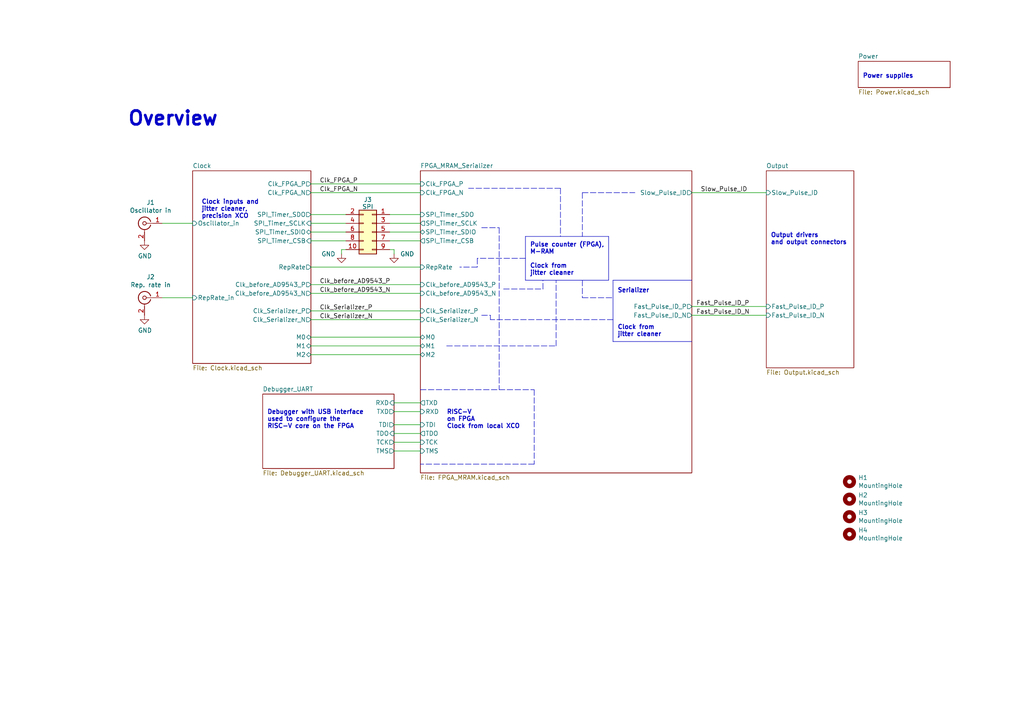
<source format=kicad_sch>
(kicad_sch (version 20250114) (generator "eeschema") (generator_version "9.0")
  (paper "A4")
  (title_block (title "TDS Transmitter - Overview") (date "2025-02-17") (company "(C) 2025 ETH Zurich, Y. Acremann") (comment 1 "License:  GNU public license v. 3.0"))
  (lib_symbols
    (symbol "Connector:Conn_Coaxial" (pin_names (offset 1.016) (hide yes))
      (property "Reference" "J" (at 0.254 3.048 0))
      (property "Value" "Connector_Conn_Coaxial" (at 2.921 0 90))
      (symbol "Conn_Coaxial_0_1"
        (polyline (pts (xy -2.54 0) (xy -0.508 0)))
        (arc (start 1.778 0) (mid 0.222 -1.8079) (end -1.778 -0.508) (stroke (width 0.254)))
        (arc (start -1.778 0.508) (mid 0.2221 1.8084) (end 1.778 0) (stroke (width 0.254)))
        (circle (center 0 0) (radius 0.508) (stroke (width 0.2032)))
        (polyline (pts (xy 0 -2.54) (xy 0 -1.778)))
      )
      (symbol "Conn_Coaxial_1_1"
        (pin passive line (at -5.08 0 0) (length 2.54) (name "In") (number "1"))
        (pin passive line (at 0 -5.08 90) (length 2.54) (name "Ext") (number "2"))
      )
    )
    (symbol "Connector_Generic:Conn_02x05_Odd_Even" (pin_names (offset 1.016) (hide yes))
      (property "Reference" "J" (at 1.27 7.62 0))
      (property "Value" "Connector_Generic_Conn_02x05_Odd_Even" (at 1.27 -7.62 0))
      (symbol "Conn_02x05_Odd_Even_1_1"
        (rectangle (start -1.27 6.35) (end 3.81 -6.35) (stroke (width 0.254)) (fill (type background)))
        (rectangle (start -1.27 5.207) (end 0 4.953) (stroke (width 0.1524)))
        (rectangle (start -1.27 2.667) (end 0 2.413) (stroke (width 0.1524)))
        (rectangle (start -1.27 0.127) (end 0 -0.127) (stroke (width 0.1524)))
        (rectangle (start -1.27 -2.413) (end 0 -2.667) (stroke (width 0.1524)))
        (rectangle (start -1.27 -4.953) (end 0 -5.207) (stroke (width 0.1524)))
        (rectangle (start 3.81 5.207) (end 2.54 4.953) (stroke (width 0.1524)))
        (rectangle (start 3.81 2.667) (end 2.54 2.413) (stroke (width 0.1524)))
        (rectangle (start 3.81 0.127) (end 2.54 -0.127) (stroke (width 0.1524)))
        (rectangle (start 3.81 -2.413) (end 2.54 -2.667) (stroke (width 0.1524)))
        (rectangle (start 3.81 -4.953) (end 2.54 -5.207) (stroke (width 0.1524)))
        (pin passive line (at -5.08 5.08 0) (length 3.81) (name "Pin_1") (number "1"))
        (pin passive line (at -5.08 2.54 0) (length 3.81) (name "Pin_3") (number "3"))
        (pin passive line (at -5.08 0 0) (length 3.81) (name "Pin_5") (number "5"))
        (pin passive line (at -5.08 -2.54 0) (length 3.81) (name "Pin_7") (number "7"))
        (pin passive line (at -5.08 -5.08 0) (length 3.81) (name "Pin_9") (number "9"))
        (pin passive line (at 7.62 5.08 180) (length 3.81) (name "Pin_2") (number "2"))
        (pin passive line (at 7.62 2.54 180) (length 3.81) (name "Pin_4") (number "4"))
        (pin passive line (at 7.62 0 180) (length 3.81) (name "Pin_6") (number "6"))
        (pin passive line (at 7.62 -2.54 180) (length 3.81) (name "Pin_8") (number "8"))
        (pin passive line (at 7.62 -5.08 180) (length 3.81) (name "Pin_10") (number "10"))
      )
    )
    (symbol "Mechanical:MountingHole" (pin_names (offset 1.016))
      (property "Reference" "H" (at 0 5.08 0))
      (property "Value" "Mechanical_MountingHole" (at 0 3.175 0))
      (symbol "MountingHole_0_1"
        (circle (center 0 0) (radius 1.27) (stroke (width 1.27)))
      )
    )
    (symbol "power:GND" (power) (pin_names (offset 0))
      (property "Value" "power_GND" (at 0 -3.81 0))
      (symbol "GND_0_1"
        (polyline (pts (xy 0 0) (xy 0 -1.27) (xy 1.27 -1.27) (xy 0 -2.54) (xy -1.27 -1.27) (xy 0 -1.27)))
      )
      (symbol "GND_1_1"
        (pin power_in line (at 0 0 270) (length 0) (hide yes) (name "GND") (number "1"))
      )
    )
  )
  (text "RISC-V\non FPGA\nClock from local XCO" (at 129.54 124.46 0) (effects (font (size 1.27 1.27) (thickness 0.254) (bold yes)) (justify left bottom)))
  (text "Pulse counter (FPGA),\nM-RAM\n\nClock from\njitter cleaner" (at 153.67 80.01 0) (effects (font (size 1.27 1.27) (thickness 0.254) (bold yes)) (justify left bottom)))
  (text "Clock inputs and \njitter cleaner,\nprecision XCO" (at 58.42 63.5 0) (effects (font (size 1.27 1.27) (thickness 0.254) (bold yes)) (justify left bottom)))
  (text "Clock from\njitter cleaner" (at 179.07 97.79 0) (effects (font (size 1.27 1.27) (thickness 0.254) (bold yes)) (justify left bottom)))
  (text "Overview" (at 36.83 36.83 0) (effects (font (size 3.9878 3.9878) (thickness 0.7976) (bold yes)) (justify left bottom)))
  (text "Power supplies" (at 250.19 22.86 0) (effects (font (size 1.27 1.27) (thickness 0.254) (bold yes)) (justify left bottom)))
  (text "Debugger with USB interface\nused to configure the \nRISC-V core on the FPGA" (at 77.47 124.46 0) (effects (font (size 1.27 1.27) (thickness 0.254) (bold yes)) (justify left bottom)))
  (text "Output drivers\nand output connectors" (at 223.52 71.12 0) (effects (font (size 1.27 1.27) (thickness 0.254) (bold yes)) (justify left bottom)))
  (text "Serializer" (at 179.07 85.09 0) (effects (font (size 1.27 1.27) (thickness 0.254) (bold yes)) (justify left bottom)))
  (polyline (pts (xy 157.48 83.82) (xy 157.48 81.28)) (stroke (width 0) (type dash)))
  (wire (pts (xy 90.17 53.34) (xy 121.92 53.34)))
  (polyline (pts (xy 139.7 66.04) (xy 144.78 66.04)) (stroke (width 0) (type dash)))
  (wire (pts (xy 113.03 62.23) (xy 121.92 62.23)))
  (wire (pts (xy 90.17 64.77) (xy 100.33 64.77)))
  (wire (pts (xy 90.17 92.71) (xy 121.92 92.71)))
  (polyline (pts (xy 177.8 99.06) (xy 200.66 99.06)) (stroke (width 0) (type solid)))
  (wire (pts (xy 90.17 97.79) (xy 121.92 97.79)))
  (polyline (pts (xy 177.8 81.28) (xy 177.8 99.06)) (stroke (width 0) (type solid)))
  (wire (pts (xy 113.03 72.39) (xy 114.3 72.39)))
  (polyline (pts (xy 129.54 100.33) (xy 161.29 100.33)) (stroke (width 0) (type dash)))
  (polyline (pts (xy 152.4 74.93) (xy 138.43 74.93)) (stroke (width 0) (type dash)))
  (polyline (pts (xy 139.7 91.44) (xy 142.24 91.44)) (stroke (width 0) (type dash)))
  (wire (pts (xy 113.03 67.31) (xy 121.92 67.31)))
  (polyline (pts (xy 168.91 55.88) (xy 184.15 55.88)) (stroke (width 0) (type dash)))
  (polyline (pts (xy 144.78 66.04) (xy 144.78 113.03)) (stroke (width 0) (type dash)))
  (wire (pts (xy 46.99 64.77) (xy 55.88 64.77)))
  (polyline (pts (xy 162.56 54.61) (xy 135.89 54.61)) (stroke (width 0) (type dash)))
  (polyline (pts (xy 142.24 92.71) (xy 142.24 91.44)) (stroke (width 0) (type dash)))
  (polyline (pts (xy 138.43 77.47) (xy 133.35 77.47)) (stroke (width 0) (type dash)))
  (polyline (pts (xy 138.43 74.93) (xy 138.43 77.47)) (stroke (width 0) (type dash)))
  (polyline (pts (xy 200.66 81.28) (xy 177.8 81.28)) (stroke (width 0) (type solid)))
  (polyline (pts (xy 154.94 134.62) (xy 121.92 134.62)) (stroke (width 0) (type dash)))
  (wire (pts (xy 200.66 91.44) (xy 222.25 91.44)))
  (wire (pts (xy 114.3 123.19) (xy 121.92 123.19)))
  (polyline (pts (xy 146.05 83.82) (xy 157.48 83.82)) (stroke (width 0) (type dash)))
  (polyline (pts (xy 161.29 100.33) (xy 161.29 81.28)) (stroke (width 0) (type dash)))
  (wire (pts (xy 114.3 130.81) (xy 121.92 130.81)))
  (wire (pts (xy 90.17 85.09) (xy 121.92 85.09)))
  (wire (pts (xy 99.06 73.66) (xy 99.06 72.39)))
  (polyline (pts (xy 168.91 55.88) (xy 168.91 68.58)) (stroke (width 0) (type dash)))
  (polyline (pts (xy 121.92 113.03) (xy 154.94 113.03)) (stroke (width 0) (type dash)))
  (wire (pts (xy 46.99 86.36) (xy 55.88 86.36)))
  (polyline (pts (xy 152.4 68.58) (xy 152.4 81.28)) (stroke (width 0) (type solid)))
  (wire (pts (xy 100.33 67.31) (xy 90.17 67.31)))
  (wire (pts (xy 121.92 69.85) (xy 113.03 69.85)))
  (wire (pts (xy 200.66 88.9) (xy 222.25 88.9)))
  (polyline (pts (xy 176.53 81.28) (xy 152.4 81.28)) (stroke (width 0) (type solid)))
  (wire (pts (xy 100.33 62.23) (xy 90.17 62.23)))
  (wire (pts (xy 114.3 128.27) (xy 121.92 128.27)))
  (wire (pts (xy 99.06 72.39) (xy 100.33 72.39)))
  (wire (pts (xy 200.66 55.88) (xy 222.25 55.88)))
  (wire (pts (xy 114.3 119.38) (xy 121.92 119.38)))
  (wire (pts (xy 90.17 90.17) (xy 121.92 90.17)))
  (wire (pts (xy 90.17 77.47) (xy 121.92 77.47)))
  (wire (pts (xy 90.17 69.85) (xy 100.33 69.85)))
  (wire (pts (xy 90.17 102.87) (xy 121.92 102.87)))
  (polyline (pts (xy 176.53 68.58) (xy 176.53 81.28)) (stroke (width 0) (type solid)))
  (wire (pts (xy 114.3 116.84) (xy 121.92 116.84)))
  (polyline (pts (xy 162.56 54.61) (xy 162.56 68.58)) (stroke (width 0) (type dash)))
  (wire (pts (xy 114.3 125.73) (xy 121.92 125.73)))
  (polyline (pts (xy 152.4 68.58) (xy 176.53 68.58)) (stroke (width 0) (type solid)))
  (polyline (pts (xy 168.91 86.36) (xy 177.8 86.36)) (stroke (width 0) (type dash)))
  (wire (pts (xy 121.92 64.77) (xy 113.03 64.77)))
  (wire (pts (xy 114.3 73.66) (xy 114.3 72.39)))
  (polyline (pts (xy 177.8 92.71) (xy 142.24 92.71)) (stroke (width 0) (type dash)))
  (wire (pts (xy 121.92 100.33) (xy 90.17 100.33)))
  (wire (pts (xy 90.17 55.88) (xy 121.92 55.88)))
  (wire (pts (xy 90.17 82.55) (xy 121.92 82.55)))
  (polyline (pts (xy 168.91 81.28) (xy 168.91 86.36)) (stroke (width 0) (type dash)))
  (polyline (pts (xy 154.94 113.03) (xy 154.94 134.62)) (stroke (width 0) (type dash)))
  (label "Clk_Serializer_N" (at 92.71 92.71 0))
  (label "Slow_Pulse_ID" (at 203.2 55.88 0))
  (label "Fast_Pulse_ID_P" (at 201.93 88.9 0))
  (label "Clk_before_AD9543_N" (at 92.71 85.09 0))
  (label "Clk_Serializer_P" (at 92.71 90.17 0))
  (label "Clk_FPGA_N" (at 92.71 55.88 0))
  (label "Clk_FPGA_P" (at 92.71 53.34 0))
  (label "Clk_before_AD9543_P" (at 92.71 82.55 0))
  (label "Fast_Pulse_ID_N" (at 201.93 91.44 0))
  (symbol (lib_id "Connector:Conn_Coaxial") (at 41.91 64.77 0) (mirror y) (unit 1)
    (property "Reference" "J1" (at 43.688 58.7248 0))
    (property "Value" "Oscillator in" (at 43.688 61.0362 0))
    (property "Footprint" "Connector_Coaxial:SMA_Amphenol_132289_EdgeMount" (effects (hide yes)))
    (property "Datasheet" " ~" (effects (hide yes)))
  )
  (symbol (lib_id "Connector:Conn_Coaxial") (at 41.91 86.36 0) (mirror y) (unit 1)
    (property "Reference" "J2" (at 43.688 80.3148 0))
    (property "Value" "Rep. rate in" (at 43.688 82.6262 0))
    (property "Footprint" "Connector_Coaxial:SMA_Amphenol_132289_EdgeMount" (effects (hide yes)))
    (property "Datasheet" " ~" (effects (hide yes)))
  )
  (symbol (lib_id "power:GND") (at 41.91 69.85 0) (unit 1)
    (property "Reference" "#PWR01" (effects (hide yes)))
    (property "Value" "GND" (at 42.037 74.2442 0))
  )
  (symbol (lib_id "power:GND") (at 41.91 91.44 0) (unit 1)
    (property "Reference" "#PWR02" (effects (hide yes)))
    (property "Value" "GND" (at 42.037 95.8342 0))
  )
  (symbol (lib_id "Connector_Generic:Conn_02x05_Odd_Even") (at 107.95 67.31 0) (mirror y) (unit 1)
    (property "Reference" "J3" (at 106.68 57.912 0))
    (property "Value" "SPI" (at 106.68 59.944 0))
    (property "Footprint" "Connector_PinHeader_2.54mm:PinHeader_2x05_P2.54mm_Vertical" (effects (hide yes)))
  )
  (symbol (lib_id "power:GND") (at 114.3 73.66 0) (unit 1)
    (property "Reference" "#PWR0102" (effects (hide yes)))
    (property "Value" "GND" (at 118.11 73.66 0))
  )
  (symbol (lib_id "power:GND") (at 99.06 73.66 0) (unit 1)
    (property "Reference" "#PWR0104" (effects (hide yes)))
    (property "Value" "GND" (at 95.25 73.66 0))
  )
  (symbol (lib_id "Mechanical:MountingHole") (at 246.38 139.7 0) (unit 1)
    (property "Reference" "H1" (at 248.92 138.5316 0) (effects (justify left)))
    (property "Value" "MountingHole" (at 248.92 140.843 0) (effects (justify left)))
    (property "Footprint" "MountingHole:MountingHole_2.7mm_M2.5" (effects (hide yes)))
  )
  (symbol (lib_id "Mechanical:MountingHole") (at 246.38 144.78 0) (unit 1)
    (property "Reference" "H2" (at 248.92 143.6116 0) (effects (justify left)))
    (property "Value" "MountingHole" (at 248.92 145.923 0) (effects (justify left)))
    (property "Footprint" "MountingHole:MountingHole_2.7mm_M2.5" (effects (hide yes)))
  )
  (symbol (lib_id "Mechanical:MountingHole") (at 246.38 149.86 0) (unit 1)
    (property "Reference" "H3" (at 248.92 148.6916 0) (effects (justify left)))
    (property "Value" "MountingHole" (at 248.92 151.003 0) (effects (justify left)))
    (property "Footprint" "MountingHole:MountingHole_2.7mm_M2.5" (effects (hide yes)))
  )
  (symbol (lib_id "Mechanical:MountingHole") (at 246.38 154.94 0) (unit 1)
    (property "Reference" "H4" (at 248.92 153.7716 0) (effects (justify left)))
    (property "Value" "MountingHole" (at 248.92 156.083 0) (effects (justify left)))
    (property "Footprint" "MountingHole:MountingHole_2.7mm_M2.5" (effects (hide yes)))
  )
  (sheet (at 222.25 49.53) (size 25.4 57.15)
    (property "Sheetname" "Output" (at 222.25 48.8184 0) (effects (justify left bottom)))
    (property "Sheetfile" "Output.kicad_sch" (at 222.25 107.2646 0) (effects (justify left top)))
    (pin "Slow_Pulse_ID" input (at 222.25 55.88 180))
    (pin "Fast_Pulse_ID_P" input (at 222.25 88.9 180))
    (pin "Fast_Pulse_ID_N" input (at 222.25 91.44 180))
  )
  (sheet (at 55.88 49.53) (size 34.29 55.88)
    (property "Sheetname" "Clock" (at 55.88 48.8184 0) (effects (justify left bottom)))
    (property "Sheetfile" "Clock.kicad_sch" (at 55.88 105.9946 0) (effects (justify left top)))
    (pin "Clk_FPGA_P" output (at 90.17 53.34 0))
    (pin "Clk_Serializer_N" output (at 90.17 92.71 0))
    (pin "Clk_FPGA_N" output (at 90.17 55.88 0))
    (pin "RepRate" output (at 90.17 77.47 0))
    (pin "Oscillator_in" input (at 55.88 64.77 180))
    (pin "RepRate_in" input (at 55.88 86.36 180))
    (pin "Clk_Serializer_P" output (at 90.17 90.17 0))
    (pin "SPI_Timer_SDO" output (at 90.17 62.23 0))
    (pin "SPI_Timer_SCLK" input (at 90.17 64.77 0))
    (pin "SPI_Timer_SDIO" bidirectional (at 90.17 67.31 0))
    (pin "SPI_Timer_CSB" input (at 90.17 69.85 0))
    (pin "Clk_before_AD9543_P" output (at 90.17 82.55 0))
    (pin "Clk_before_AD9543_N" output (at 90.17 85.09 0))
    (pin "M0" bidirectional (at 90.17 97.79 0))
    (pin "M1" bidirectional (at 90.17 100.33 0))
    (pin "M2" bidirectional (at 90.17 102.87 0))
  )
  (sheet (at 121.92 49.53) (size 78.74 87.63)
    (property "Sheetname" "FPGA_MRAM_Serializer" (at 121.92 48.8184 0) (effects (justify left bottom)))
    (property "Sheetfile" "FPGA_MRAM.kicad_sch" (at 121.92 137.7446 0) (effects (justify left top)))
    (pin "Slow_Pulse_ID" output (at 200.66 55.88 0))
    (pin "Clk_FPGA_P" input (at 121.92 53.34 180))
    (pin "Clk_FPGA_N" input (at 121.92 55.88 180))
    (pin "TXD" output (at 121.92 116.84 180))
    (pin "RXD" input (at 121.92 119.38 180))
    (pin "RepRate" input (at 121.92 77.47 180))
    (pin "TDI" input (at 121.92 123.19 180))
    (pin "TDO" output (at 121.92 125.73 180))
    (pin "TCK" input (at 121.92 128.27 180))
    (pin "TMS" input (at 121.92 130.81 180))
    (pin "Fast_Pulse_ID_P" output (at 200.66 88.9 0))
    (pin "Fast_Pulse_ID_N" output (at 200.66 91.44 0))
    (pin "Clk_Serializer_N" input (at 121.92 92.71 180))
    (pin "Clk_Serializer_P" input (at 121.92 90.17 180))
    (pin "SPI_Timer_CSB" output (at 121.92 69.85 180))
    (pin "SPI_Timer_SDIO" bidirectional (at 121.92 67.31 180))
    (pin "SPI_Timer_SCLK" output (at 121.92 64.77 180))
    (pin "SPI_Timer_SDO" input (at 121.92 62.23 180))
    (pin "Clk_before_AD9543_P" input (at 121.92 82.55 180))
    (pin "Clk_before_AD9543_N" input (at 121.92 85.09 180))
    (pin "M0" bidirectional (at 121.92 97.79 180))
    (pin "M1" bidirectional (at 121.92 100.33 180))
    (pin "M2" bidirectional (at 121.92 102.87 180))
  )
  (sheet (at 248.92 17.78) (size 26.67 7.62)
    (property "Sheetname" "Power" (at 248.92 17.0684 0) (effects (justify left bottom)))
    (property "Sheetfile" "Power.kicad_sch" (at 248.92 25.9846 0) (effects (justify left top)))
  )
  (sheet (at 76.2 114.3) (size 38.1 21.59)
    (property "Sheetname" "Debugger_UART" (at 76.2 113.5884 0) (effects (justify left bottom)))
    (property "Sheetfile" "Debugger_UART.kicad_sch" (at 76.2 136.4746 0) (effects (justify left top)))
    (pin "RXD" input (at 114.3 116.84 0))
    (pin "TXD" output (at 114.3 119.38 0))
    (pin "TDI" output (at 114.3 123.19 0))
    (pin "TDO" input (at 114.3 125.73 0))
    (pin "TCK" output (at 114.3 128.27 0))
    (pin "TMS" output (at 114.3 130.81 0))
  )
)
</source>
